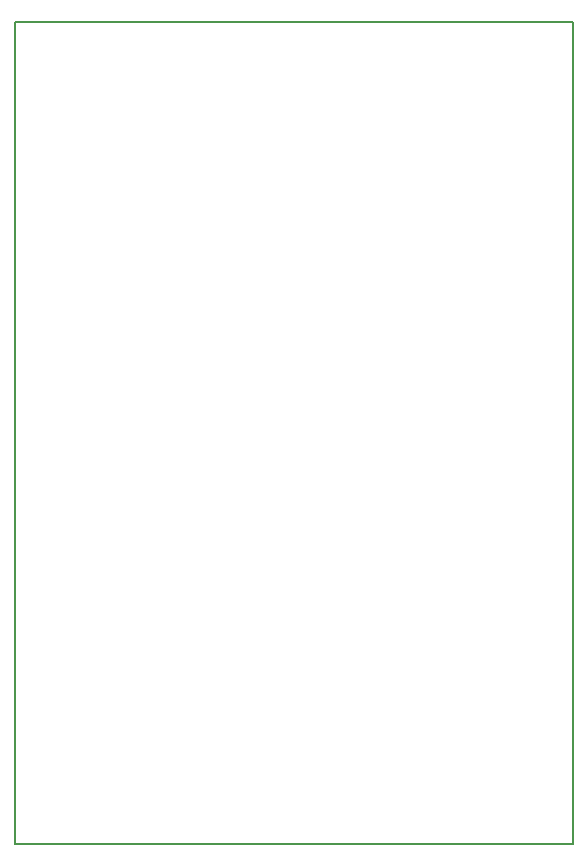
<source format=gm1>
G04 #@! TF.FileFunction,Profile,NP*
%FSLAX46Y46*%
G04 Gerber Fmt 4.6, Leading zero omitted, Abs format (unit mm)*
G04 Created by KiCad (PCBNEW 4.0.2-stable) date 09/05/2016 17:30:52*
%MOMM*%
G01*
G04 APERTURE LIST*
%ADD10C,0.200000*%
%ADD11C,0.150000*%
G04 APERTURE END LIST*
D10*
D11*
X143764000Y-159004000D02*
X143764000Y-89408000D01*
X191008000Y-159004000D02*
X143764000Y-159004000D01*
X191008000Y-89408000D02*
X143764000Y-89408000D01*
X191008000Y-159004000D02*
X191008000Y-89408000D01*
X191008000Y-89408000D02*
X191008000Y-159004000D01*
X143764000Y-89408000D02*
X191008000Y-89408000D01*
M02*

</source>
